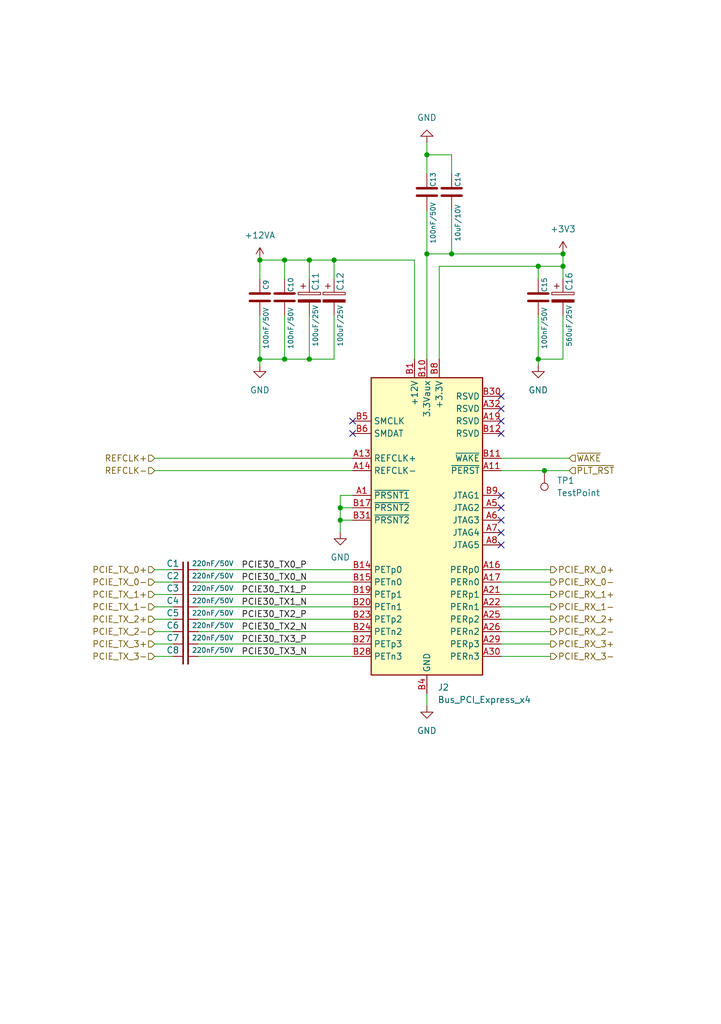
<source format=kicad_sch>
(kicad_sch (version 20250114) (generator "eeschema") (generator_version "9.0")
  (paper "A5" portrait)
  (lib_symbols
    (symbol "Connector:Bus_PCI_Express_x4"
      (property "Reference" "J" (at -8.89 33.02 0))
      (property "Value" "Bus_PCI_Express_x4" (at 12.7 33.02 0))
      (symbol "Bus_PCI_Express_x4_0_1"
        (rectangle (start -11.43 31.75) (end 11.43 -29.21) (stroke (width 0.254)) (fill (type background)))
      )
      (symbol "Bus_PCI_Express_x4_1_1"
        (pin input line (at -15.24 22.86 0) (length 3.81) (name "SMCLK") (number "B5"))
        (pin bidirectional line (at -15.24 20.32 0) (length 3.81) (name "SMDAT") (number "B6"))
        (pin input line (at -15.24 15.24 0) (length 3.81) (name "REFCLK+") (number "A13"))
        (pin input line (at -15.24 12.7 0) (length 3.81) (name "REFCLK-") (number "A14"))
        (pin passive line (at -15.24 7.62 0) (length 3.81) (name "~{PRSNT1}") (number "A1"))
        (pin passive line (at -15.24 5.08 0) (length 3.81) (name "~{PRSNT2}") (number "B17"))
        (pin passive line (at -15.24 2.54 0) (length 3.81) (name "~{PRSNT2}") (number "B31"))
        (pin input line (at -15.24 -7.62 0) (length 3.81) (name "PETp0") (number "B14"))
        (pin input line (at -15.24 -10.16 0) (length 3.81) (name "PETn0") (number "B15"))
        (pin input line (at -15.24 -12.7 0) (length 3.81) (name "PETp1") (number "B19"))
        (pin input line (at -15.24 -15.24 0) (length 3.81) (name "PETn1") (number "B20"))
        (pin input line (at -15.24 -17.78 0) (length 3.81) (name "PETp2") (number "B23"))
        (pin input line (at -15.24 -20.32 0) (length 3.81) (name "PETn2") (number "B24"))
        (pin input line (at -15.24 -22.86 0) (length 3.81) (name "PETp3") (number "B27"))
        (pin input line (at -15.24 -25.4 0) (length 3.81) (name "PETn3") (number "B28"))
        (pin passive line (at -2.54 35.56 270) (length 3.81) (hide yes) (name "+12V") (number "A2"))
        (pin passive line (at -2.54 35.56 270) (length 3.81) (hide yes) (name "+12V") (number "A3"))
        (pin power_in line (at -2.54 35.56 270) (length 3.81) (name "+12V") (number "B1"))
        (pin passive line (at -2.54 35.56 270) (length 3.81) (hide yes) (name "+12V") (number "B2"))
        (pin passive line (at -2.54 35.56 270) (length 3.81) (hide yes) (name "+12V") (number "B3"))
        (pin power_in line (at 0 35.56 270) (length 3.81) (name "3.3Vaux") (number "B10"))
        (pin passive line (at 0 -33.02 90) (length 3.81) (hide yes) (name "GND") (number "A12"))
        (pin passive line (at 0 -33.02 90) (length 3.81) (hide yes) (name "GND") (number "A15"))
        (pin passive line (at 0 -33.02 90) (length 3.81) (hide yes) (name "GND") (number "A18"))
        (pin passive line (at 0 -33.02 90) (length 3.81) (hide yes) (name "GND") (number "A20"))
        (pin passive line (at 0 -33.02 90) (length 3.81) (hide yes) (name "GND") (number "A23"))
        (pin passive line (at 0 -33.02 90) (length 3.81) (hide yes) (name "GND") (number "A24"))
        (pin passive line (at 0 -33.02 90) (length 3.81) (hide yes) (name "GND") (number "A27"))
        (pin passive line (at 0 -33.02 90) (length 3.81) (hide yes) (name "GND") (number "A28"))
        (pin passive line (at 0 -33.02 90) (length 3.81) (hide yes) (name "GND") (number "A31"))
        (pin passive line (at 0 -33.02 90) (length 3.81) (hide yes) (name "GND") (number "A4"))
        (pin passive line (at 0 -33.02 90) (length 3.81) (hide yes) (name "GND") (number "B13"))
        (pin passive line (at 0 -33.02 90) (length 3.81) (hide yes) (name "GND") (number "B16"))
        (pin passive line (at 0 -33.02 90) (length 3.81) (hide yes) (name "GND") (number "B18"))
        (pin passive line (at 0 -33.02 90) (length 3.81) (hide yes) (name "GND") (number "B21"))
        (pin passive line (at 0 -33.02 90) (length 3.81) (hide yes) (name "GND") (number "B22"))
        (pin passive line (at 0 -33.02 90) (length 3.81) (hide yes) (name "GND") (number "B25"))
        (pin passive line (at 0 -33.02 90) (length 3.81) (hide yes) (name "GND") (number "B26"))
        (pin passive line (at 0 -33.02 90) (length 3.81) (hide yes) (name "GND") (number "B29"))
        (pin passive line (at 0 -33.02 90) (length 3.81) (hide yes) (name "GND") (number "B32"))
        (pin power_in line (at 0 -33.02 90) (length 3.81) (name "GND") (number "B4"))
        (pin passive line (at 0 -33.02 90) (length 3.81) (hide yes) (name "GND") (number "B7"))
        (pin passive line (at 2.54 35.56 270) (length 3.81) (hide yes) (name "+3.3V") (number "A10"))
        (pin passive line (at 2.54 35.56 270) (length 3.81) (hide yes) (name "+3.3V") (number "A9"))
        (pin power_in line (at 2.54 35.56 270) (length 3.81) (name "+3.3V") (number "B8"))
        (pin passive line (at 15.24 27.94 180) (length 3.81) (name "RSVD") (number "B30"))
        (pin passive line (at 15.24 25.4 180) (length 3.81) (name "RSVD") (number "A32"))
        (pin passive line (at 15.24 22.86 180) (length 3.81) (name "RSVD") (number "A19"))
        (pin passive line (at 15.24 20.32 180) (length 3.81) (name "RSVD") (number "B12"))
        (pin open_collector line (at 15.24 15.24 180) (length 3.81) (name "~{WAKE}") (number "B11"))
        (pin input line (at 15.24 12.7 180) (length 3.81) (name "~{PERST}") (number "A11"))
        (pin input line (at 15.24 7.62 180) (length 3.81) (name "JTAG1") (number "B9"))
        (pin input line (at 15.24 5.08 180) (length 3.81) (name "JTAG2") (number "A5"))
        (pin input line (at 15.24 2.54 180) (length 3.81) (name "JTAG3") (number "A6"))
        (pin output line (at 15.24 0 180) (length 3.81) (name "JTAG4") (number "A7"))
        (pin input line (at 15.24 -2.54 180) (length 3.81) (name "JTAG5") (number "A8"))
        (pin output line (at 15.24 -7.62 180) (length 3.81) (name "PERp0") (number "A16"))
        (pin output line (at 15.24 -10.16 180) (length 3.81) (name "PERn0") (number "A17"))
        (pin output line (at 15.24 -12.7 180) (length 3.81) (name "PERp1") (number "A21"))
        (pin output line (at 15.24 -15.24 180) (length 3.81) (name "PERn1") (number "A22"))
        (pin output line (at 15.24 -17.78 180) (length 3.81) (name "PERp2") (number "A25"))
        (pin output line (at 15.24 -20.32 180) (length 3.81) (name "PERn2") (number "A26"))
        (pin output line (at 15.24 -22.86 180) (length 3.81) (name "PERp3") (number "A29"))
        (pin output line (at 15.24 -25.4 180) (length 3.81) (name "PERn3") (number "A30"))
      )
    )
    (symbol "Connector:TestPoint" (pin_numbers (hide yes)) (pin_names (offset 0.762) (hide yes))
      (property "Reference" "TP" (at 0 6.858 0))
      (property "Value" "TestPoint" (at 0 5.08 0))
      (symbol "TestPoint_0_1"
        (circle (center 0 3.302) (radius 0.762))
      )
      (symbol "TestPoint_1_1"
        (pin passive line (at 0 0 90) (length 2.54) (name "1") (number "1"))
      )
    )
    (symbol "Device:C" (pin_numbers (hide yes)) (pin_names (offset 0.254))
      (property "Reference" "C" (at 0.635 2.54 0))
      (property "Value" "C" (at 0.635 -2.54 0))
      (symbol "C_0_1"
        (polyline (pts (xy -2.032 0.762) (xy 2.032 0.762)) (stroke (width 0.508)))
        (polyline (pts (xy -2.032 -0.762) (xy 2.032 -0.762)) (stroke (width 0.508)))
      )
      (symbol "C_1_1"
        (pin passive line (at 0 3.81 270) (length 2.794) (name "~") (number "1"))
        (pin passive line (at 0 -3.81 90) (length 2.794) (name "~") (number "2"))
      )
    )
    (symbol "Device:C_Polarized" (pin_numbers (hide yes)) (pin_names (offset 0.254))
      (property "Reference" "C" (at 0.635 2.54 0))
      (property "Value" "C_Polarized" (at 0.635 -2.54 0))
      (symbol "C_Polarized_0_1"
        (rectangle (start -2.286 0.508) (end 2.286 1.016))
        (polyline (pts (xy -1.778 2.286) (xy -0.762 2.286)))
        (polyline (pts (xy -1.27 2.794) (xy -1.27 1.778)))
        (rectangle (start 2.286 -0.508) (end -2.286 -1.016) (fill (type outline)))
      )
      (symbol "C_Polarized_1_1"
        (pin passive line (at 0 3.81 270) (length 2.794) (name "~") (number "1"))
        (pin passive line (at 0 -3.81 90) (length 2.794) (name "~") (number "2"))
      )
    )
    (symbol "Device:C_Small" (pin_numbers (hide yes)) (pin_names (offset 0.254) (hide yes))
      (property "Reference" "C" (at 0.254 1.778 0))
      (property "Value" "C_Small" (at 0.254 -2.032 0))
      (symbol "C_Small_0_1"
        (polyline (pts (xy -1.524 0.508) (xy 1.524 0.508)) (stroke (width 0.3048)))
        (polyline (pts (xy -1.524 -0.508) (xy 1.524 -0.508)) (stroke (width 0.3302)))
      )
      (symbol "C_Small_1_1"
        (pin passive line (at 0 2.54 270) (length 2.032) (name "~") (number "1"))
        (pin passive line (at 0 -2.54 90) (length 2.032) (name "~") (number "2"))
      )
    )
    (symbol "power:+12VA" (power) (pin_numbers (hide yes)) (pin_names (offset 0) (hide yes))
      (property "Value" "+12VA" (at 0 3.556 0))
      (symbol "+12VA_0_1"
        (polyline (pts (xy -0.762 1.27) (xy 0 2.54)))
        (polyline (pts (xy 0 2.54) (xy 0.762 1.27)))
        (polyline (pts (xy 0 0) (xy 0 2.54)))
      )
      (symbol "+12VA_1_1"
        (pin power_in line (at 0 0 90) (length 0) (name "~") (number "1"))
      )
    )
    (symbol "power:+3V3" (power) (pin_numbers (hide yes)) (pin_names (offset 0) (hide yes))
      (property "Value" "+3V3" (at 0 3.556 0))
      (symbol "+3V3_0_1"
        (polyline (pts (xy -0.762 1.27) (xy 0 2.54)))
        (polyline (pts (xy 0 2.54) (xy 0.762 1.27)))
        (polyline (pts (xy 0 0) (xy 0 2.54)))
      )
      (symbol "+3V3_1_1"
        (pin power_in line (at 0 0 90) (length 0) (name "~") (number "1"))
      )
    )
    (symbol "power:GND" (power) (pin_numbers (hide yes)) (pin_names (offset 0) (hide yes))
      (property "Value" "GND" (at 0 -3.81 0))
      (symbol "GND_0_1"
        (polyline (pts (xy 0 0) (xy 0 -1.27) (xy 1.27 -1.27) (xy 0 -2.54) (xy -1.27 -1.27) (xy 0 -1.27)))
      )
      (symbol "GND_1_1"
        (pin power_in line (at 0 0 270) (length 0) (name "~") (number "1"))
      )
    )
  )
  (junction (at 87.63 52.07))
  (junction (at 58.42 73.66))
  (junction (at 69.85 106.68))
  (junction (at 53.34 73.66))
  (junction (at 110.49 73.66))
  (junction (at 53.34 53.34))
  (junction (at 69.85 104.14))
  (junction (at 92.71 52.07))
  (junction (at 63.5 53.34))
  (junction (at 87.63 31.75))
  (junction (at 63.5 73.66))
  (junction (at 58.42 53.34))
  (junction (at 115.57 54.61))
  (junction (at 111.76 96.52))
  (junction (at 68.58 53.34))
  (junction (at 110.49 54.61))
  (junction (at 115.57 52.07))
  (no_connect (at 102.87 88.9))
  (no_connect (at 102.87 83.82))
  (no_connect (at 102.87 101.6))
  (no_connect (at 102.87 86.36))
  (no_connect (at 102.87 104.14))
  (no_connect (at 72.39 86.36))
  (no_connect (at 102.87 111.76))
  (no_connect (at 102.87 81.28))
  (no_connect (at 102.87 106.68))
  (no_connect (at 102.87 109.22))
  (no_connect (at 72.39 88.9))
  (wire (pts (xy 58.42 53.34) (xy 63.5 53.34)))
  (wire (pts (xy 72.39 101.6) (xy 69.85 101.6)))
  (wire (pts (xy 68.58 57.15) (xy 68.58 53.34)))
  (wire (pts (xy 102.87 93.98) (xy 116.84 93.98)))
  (wire (pts (xy 102.87 96.52) (xy 111.76 96.52)))
  (wire (pts (xy 85.09 73.66) (xy 85.09 53.34)))
  (wire (pts (xy 69.85 101.6) (xy 69.85 104.14)))
  (wire (pts (xy 87.63 31.75) (xy 87.63 35.56)))
  (wire (pts (xy 102.87 124.46) (xy 113.03 124.46)))
  (wire (pts (xy 115.57 54.61) (xy 115.57 52.07)))
  (wire (pts (xy 92.71 35.56) (xy 92.71 31.75)))
  (wire (pts (xy 31.75 129.54) (xy 35.56 129.54)))
  (wire (pts (xy 40.64 129.54) (xy 72.39 129.54)))
  (wire (pts (xy 53.34 64.77) (xy 53.34 73.66)))
  (wire (pts (xy 53.34 53.34) (xy 58.42 53.34)))
  (wire (pts (xy 31.75 119.38) (xy 35.56 119.38)))
  (wire (pts (xy 63.5 53.34) (xy 63.5 57.15)))
  (wire (pts (xy 110.49 73.66) (xy 110.49 74.93)))
  (wire (pts (xy 102.87 127) (xy 113.03 127)))
  (wire (pts (xy 63.5 73.66) (xy 58.42 73.66)))
  (wire (pts (xy 58.42 73.66) (xy 53.34 73.66)))
  (wire (pts (xy 40.64 127) (xy 72.39 127)))
  (wire (pts (xy 63.5 53.34) (xy 68.58 53.34)))
  (wire (pts (xy 31.75 93.98) (xy 72.39 93.98)))
  (wire (pts (xy 90.17 54.61) (xy 90.17 73.66)))
  (wire (pts (xy 102.87 132.08) (xy 113.03 132.08)))
  (wire (pts (xy 31.75 124.46) (xy 35.56 124.46)))
  (wire (pts (xy 58.42 64.77) (xy 58.42 73.66)))
  (wire (pts (xy 63.5 64.77) (xy 63.5 73.66)))
  (wire (pts (xy 40.64 134.62) (xy 72.39 134.62)))
  (wire (pts (xy 110.49 64.77) (xy 110.49 73.66)))
  (wire (pts (xy 69.85 104.14) (xy 69.85 106.68)))
  (wire (pts (xy 92.71 31.75) (xy 87.63 31.75)))
  (wire (pts (xy 110.49 54.61) (xy 110.49 57.15)))
  (wire (pts (xy 87.63 29.21) (xy 87.63 31.75)))
  (wire (pts (xy 92.71 52.07) (xy 115.57 52.07)))
  (wire (pts (xy 31.75 116.84) (xy 35.56 116.84)))
  (wire (pts (xy 53.34 53.34) (xy 53.34 57.15)))
  (wire (pts (xy 68.58 73.66) (xy 63.5 73.66)))
  (wire (pts (xy 102.87 119.38) (xy 113.03 119.38)))
  (wire (pts (xy 40.64 119.38) (xy 72.39 119.38)))
  (wire (pts (xy 31.75 121.92) (xy 35.56 121.92)))
  (wire (pts (xy 68.58 64.77) (xy 68.58 73.66)))
  (wire (pts (xy 102.87 134.62) (xy 113.03 134.62)))
  (wire (pts (xy 40.64 124.46) (xy 72.39 124.46)))
  (wire (pts (xy 40.64 116.84) (xy 72.39 116.84)))
  (wire (pts (xy 115.57 73.66) (xy 110.49 73.66)))
  (wire (pts (xy 85.09 53.34) (xy 68.58 53.34)))
  (wire (pts (xy 87.63 52.07) (xy 92.71 52.07)))
  (wire (pts (xy 90.17 54.61) (xy 110.49 54.61)))
  (wire (pts (xy 72.39 104.14) (xy 69.85 104.14)))
  (wire (pts (xy 110.49 54.61) (xy 115.57 54.61)))
  (wire (pts (xy 31.75 134.62) (xy 35.56 134.62)))
  (wire (pts (xy 115.57 54.61) (xy 115.57 57.15)))
  (wire (pts (xy 102.87 121.92) (xy 113.03 121.92)))
  (wire (pts (xy 111.76 96.52) (xy 116.84 96.52)))
  (wire (pts (xy 87.63 73.66) (xy 87.63 52.07)))
  (wire (pts (xy 115.57 64.77) (xy 115.57 73.66)))
  (wire (pts (xy 87.63 142.24) (xy 87.63 144.78)))
  (wire (pts (xy 53.34 73.66) (xy 53.34 74.93)))
  (wire (pts (xy 31.75 127) (xy 35.56 127)))
  (wire (pts (xy 69.85 106.68) (xy 72.39 106.68)))
  (wire (pts (xy 92.71 43.18) (xy 92.71 52.07)))
  (wire (pts (xy 31.75 132.08) (xy 35.56 132.08)))
  (wire (pts (xy 40.64 132.08) (xy 72.39 132.08)))
  (wire (pts (xy 102.87 129.54) (xy 113.03 129.54)))
  (wire (pts (xy 69.85 109.22) (xy 69.85 106.68)))
  (wire (pts (xy 40.64 121.92) (xy 72.39 121.92)))
  (wire (pts (xy 87.63 43.18) (xy 87.63 52.07)))
  (wire (pts (xy 58.42 53.34) (xy 58.42 57.15)))
  (wire (pts (xy 102.87 116.84) (xy 113.03 116.84)))
  (wire (pts (xy 31.75 96.52) (xy 72.39 96.52)))
  (label "PCIE30_TX0_P" (at 49.53 116.84 0))
  (label "PCIE30_TX1_N" (at 49.53 124.46 0))
  (label "PCIE30_TX0_N" (at 49.53 119.38 0))
  (label "PCIE30_TX2_N" (at 49.53 129.54 0))
  (label "PCIE30_TX1_P" (at 49.53 121.92 0))
  (label "PCIE30_TX3_N" (at 49.53 134.62 0))
  (label "PCIE30_TX2_P" (at 49.53 127 0))
  (label "PCIE30_TX3_P" (at 49.53 132.08 0))
  (hierarchical_label "~{PLT_RST}" (shape input) (at 116.84 96.52 0))
  (hierarchical_label "PCIE_RX_3+" (shape output) (at 113.03 132.08 0))
  (hierarchical_label "PCIE_TX_0-" (shape input) (at 31.75 119.38 180))
  (hierarchical_label "PCIE_RX_3-" (shape output) (at 113.03 134.62 0))
  (hierarchical_label "PCIE_TX_1+" (shape input) (at 31.75 121.92 180))
  (hierarchical_label "REFCLK+" (shape input) (at 31.75 93.98 180))
  (hierarchical_label "PCIE_TX_2-" (shape input) (at 31.75 129.54 180))
  (hierarchical_label "PCIE_TX_3-" (shape input) (at 31.75 134.62 180))
  (hierarchical_label "PCIE_RX_2+" (shape output) (at 113.03 127 0))
  (hierarchical_label "PCIE_TX_0+" (shape input) (at 31.75 116.84 180))
  (hierarchical_label "PCIE_TX_2+" (shape input) (at 31.75 127 180))
  (hierarchical_label "PCIE_RX_1-" (shape output) (at 113.03 124.46 0))
  (hierarchical_label "PCIE_RX_2-" (shape output) (at 113.03 129.54 0))
  (hierarchical_label "PCIE_RX_0-" (shape output) (at 113.03 119.38 0))
  (hierarchical_label "REFCLK-" (shape input) (at 31.75 96.52 180))
  (hierarchical_label "PCIE_RX_1+" (shape output) (at 113.03 121.92 0))
  (hierarchical_label "PCIE_TX_1-" (shape input) (at 31.75 124.46 180))
  (hierarchical_label "PCIE_RX_0+" (shape output) (at 113.03 116.84 0))
  (hierarchical_label "~{WAKE}" (shape input) (at 116.84 93.98 0))
  (hierarchical_label "PCIE_TX_3+" (shape input) (at 31.75 132.08 180))
  (symbol (lib_id "Device:C") (at 110.49 60.96 0) (unit 1)
    (property "Reference" "C15" (at 111.76 58.42 90) (effects (font (size 1 1))))
    (property "Value" "100nF/50V" (at 111.76 67.31 90) (effects (font (size 1 1))))
    (property "Footprint" "A_HDJ_Library:C_0402_1005Metric" (effects (hide yes)))
    (property "SCH_Show_Footprint" "C0402" (effects (hide yes)))
  )
  (symbol (lib_id "Device:C_Small") (at 38.1 127 90) (unit 1)
    (property "Reference" "C5" (at 36.83 125.73 90) (effects (justify left)))
    (property "Value" "220nF/50V" (at 39.37 125.73 90) (effects (font (size 1 1)) (justify right)))
    (property "Footprint" "A_HDJ_Library:C_0402_1005Metric" (effects (hide yes)))
    (property "SCH_Show_Footprint" "C0402" (effects (hide yes)))
  )
  (symbol (lib_id "Device:C_Small") (at 38.1 134.62 90) (unit 1)
    (property "Reference" "C8" (at 36.83 133.35 90) (effects (justify left)))
    (property "Value" "220nF/50V" (at 39.37 133.35 90) (effects (font (size 1 1)) (justify right)))
    (property "Footprint" "A_HDJ_Library:C_0402_1005Metric" (effects (hide yes)))
    (property "SCH_Show_Footprint" "C0402" (effects (hide yes)))
  )
  (symbol (lib_id "power:GND") (at 87.63 144.78 0) (unit 1)
    (property "Reference" "#PWR017" (effects (hide yes)))
    (property "Value" "GND" (at 87.63 149.86 0))
  )
  (symbol (lib_id "Device:C_Polarized") (at 63.5 60.96 0) (unit 1)
    (property "Reference" "C11" (at 64.77 59.69 90) (effects (justify left)))
    (property "Value" "100uF/25V" (at 64.77 71.12 90) (effects (font (size 1 1)) (justify left)))
    (property "Footprint" "A_HDJ_Library:CP_Elec_6.3x7.7" (effects (hide yes)))
    (property "SCH_Show_Footprint" "C5x5.8" (effects (hide yes)))
  )
  (symbol (lib_id "power:GND") (at 69.85 109.22 0) (unit 1)
    (property "Reference" "#PWR015" (effects (hide yes)))
    (property "Value" "GND" (at 69.85 114.3 0))
  )
  (symbol (lib_id "Device:C") (at 53.34 60.96 0) (unit 1)
    (property "Reference" "C9" (at 54.61 58.42 90) (effects (font (size 1 1))))
    (property "Value" "100nF/50V" (at 54.61 67.31 90) (effects (font (size 1 1))))
    (property "Footprint" "A_HDJ_Library:C_0402_1005Metric" (effects (hide yes)))
    (property "SCH_Show_Footprint" "C0402" (effects (hide yes)))
  )
  (symbol (lib_id "Device:C_Small") (at 38.1 132.08 90) (unit 1)
    (property "Reference" "C7" (at 36.83 130.81 90) (effects (justify left)))
    (property "Value" "220nF/50V" (at 39.37 130.81 90) (effects (font (size 1 1)) (justify right)))
    (property "Footprint" "A_HDJ_Library:C_0402_1005Metric" (effects (hide yes)))
    (property "SCH_Show_Footprint" "C0402" (effects (hide yes)))
  )
  (symbol (lib_id "Connector:TestPoint") (at 111.76 96.52 180) (unit 1)
    (property "Reference" "TP1" (at 114.3 98.552 0) (effects (justify right)))
    (property "Value" "TestPoint" (at 114.3 101.092 0) (effects (justify right)))
    (property "Footprint" "A_HDJ_Library:TestPoint_Pad_D1.5mm" (effects (hide yes)))
  )
  (symbol (lib_id "Device:C_Polarized") (at 115.57 60.96 0) (unit 1)
    (property "Reference" "C16" (at 116.84 59.69 90) (effects (justify left)))
    (property "Value" "560uF/25V" (at 116.84 71.12 90) (effects (font (size 1 1)) (justify left)))
    (property "Footprint" "A_HDJ_Library:CP_Elec_6.3x7.7" (effects (hide yes)))
    (property "SCH_Show_Footprint" "C5x5.8" (effects (hide yes)))
  )
  (symbol (lib_id "Device:C") (at 92.71 39.37 0) (unit 1)
    (property "Reference" "C14" (at 93.98 36.83 90) (effects (font (size 1 1))))
    (property "Value" "10uF/10V" (at 93.98 45.72 90) (effects (font (size 1 1))))
    (property "Footprint" "A_HDJ_Library:C_0402_1005Metric" (effects (hide yes)))
    (property "SCH_Show_Footprint" "C0402" (effects (hide yes)))
  )
  (symbol (lib_id "power:GND") (at 110.49 74.93 0) (unit 1)
    (property "Reference" "#PWR018" (effects (hide yes)))
    (property "Value" "GND" (at 110.49 80.01 0))
  )
  (symbol (lib_id "Device:C_Small") (at 38.1 121.92 90) (unit 1)
    (property "Reference" "C3" (at 36.83 120.65 90) (effects (justify left)))
    (property "Value" "220nF/50V" (at 39.37 120.65 90) (effects (font (size 1 1)) (justify right)))
    (property "Footprint" "A_HDJ_Library:C_0402_1005Metric" (effects (hide yes)))
    (property "SCH_Show_Footprint" "C0402" (effects (hide yes)))
  )
  (symbol (lib_id "power:GND") (at 53.34 74.93 0) (unit 1)
    (property "Reference" "#PWR0105" (effects (hide yes)))
    (property "Value" "GND" (at 53.34 80.01 0))
  )
  (symbol (lib_id "Connector:Bus_PCI_Express_x4") (at 87.63 109.22 0) (unit 1)
    (property "Reference" "J2" (at 89.8241 140.97 0) (effects (justify left)))
    (property "Value" "Bus_PCI_Express_x4" (at 89.8241 143.51 0) (effects (justify left)))
    (property "Footprint" "A_HDJ_Library:PCIe_x4_Gen3Slot_Connectors" (effects (hide yes)))
    (property "Datasheet" "http://www.ritrontek.com/uploadfile/2016/1026/20161026105231124.pdf#page=63" (effects (hide yes)))
  )
  (symbol (lib_id "Device:C_Polarized") (at 68.58 60.96 0) (unit 1)
    (property "Reference" "C12" (at 69.85 59.69 90) (effects (justify left)))
    (property "Value" "100uF/25V" (at 69.85 71.12 90) (effects (font (size 1 1)) (justify left)))
    (property "Footprint" "A_HDJ_Library:CP_Elec_6.3x7.7" (effects (hide yes)))
    (property "SCH_Show_Footprint" "C5x5.8" (effects (hide yes)))
  )
  (symbol (lib_id "Device:C") (at 87.63 39.37 0) (unit 1)
    (property "Reference" "C13" (at 88.9 36.83 90) (effects (font (size 1 1))))
    (property "Value" "100nF/50V" (at 88.9 45.72 90) (effects (font (size 1 1))))
    (property "Footprint" "A_HDJ_Library:C_0402_1005Metric" (effects (hide yes)))
    (property "SCH_Show_Footprint" "C0402" (effects (hide yes)))
  )
  (symbol (lib_id "power:+12VA") (at 53.34 53.34 0) (unit 1)
    (property "Reference" "#PWR014" (effects (hide yes)))
    (property "Value" "+12VA" (at 53.34 48.26 0))
  )
  (symbol (lib_id "power:GND") (at 87.63 29.21 180) (unit 1)
    (property "Reference" "#PWR016" (effects (hide yes)))
    (property "Value" "GND" (at 87.63 24.13 0))
  )
  (symbol (lib_id "Device:C_Small") (at 38.1 124.46 90) (unit 1)
    (property "Reference" "C4" (at 36.83 123.19 90) (effects (justify left)))
    (property "Value" "220nF/50V" (at 39.37 123.19 90) (effects (font (size 1 1)) (justify right)))
    (property "Footprint" "A_HDJ_Library:C_0402_1005Metric" (effects (hide yes)))
    (property "SCH_Show_Footprint" "C0402" (effects (hide yes)))
  )
  (symbol (lib_id "Device:C_Small") (at 38.1 116.84 90) (unit 1)
    (property "Reference" "C1" (at 36.83 115.57 90) (effects (justify left)))
    (property "Value" "220nF/50V" (at 39.37 115.57 90) (effects (font (size 1 1)) (justify right)))
    (property "Footprint" "A_HDJ_Library:C_0402_1005Metric" (effects (hide yes)))
    (property "SCH_Show_Footprint" "C0402" (effects (hide yes)))
  )
  (symbol (lib_id "Device:C_Small") (at 38.1 119.38 90) (unit 1)
    (property "Reference" "C2" (at 36.83 118.11 90) (effects (justify left)))
    (property "Value" "220nF/50V" (at 39.37 118.11 90) (effects (font (size 1 1)) (justify right)))
    (property "Footprint" "A_HDJ_Library:C_0402_1005Metric" (effects (hide yes)))
    (property "SCH_Show_Footprint" "C0402" (effects (hide yes)))
  )
  (symbol (lib_id "power:+3V3") (at 115.57 52.07 0) (unit 1)
    (property "Reference" "#PWR019" (effects (hide yes)))
    (property "Value" "+3V3" (at 115.57 46.99 0))
  )
  (symbol (lib_id "Device:C_Small") (at 38.1 129.54 90) (unit 1)
    (property "Reference" "C6" (at 36.83 128.27 90) (effects (justify left)))
    (property "Value" "220nF/50V" (at 39.37 128.27 90) (effects (font (size 1 1)) (justify right)))
    (property "Footprint" "A_HDJ_Library:C_0402_1005Metric" (effects (hide yes)))
    (property "SCH_Show_Footprint" "C0402" (effects (hide yes)))
  )
  (symbol (lib_id "Device:C") (at 58.42 60.96 0) (unit 1)
    (property "Reference" "C10" (at 59.69 58.42 90) (effects (font (size 1 1))))
    (property "Value" "100nF/50V" (at 59.69 67.31 90) (effects (font (size 1 1))))
    (property "Footprint" "A_HDJ_Library:C_0402_1005Metric" (effects (hide yes)))
    (property "SCH_Show_Footprint" "C0402" (effects (hide yes)))
  )
)
</source>
